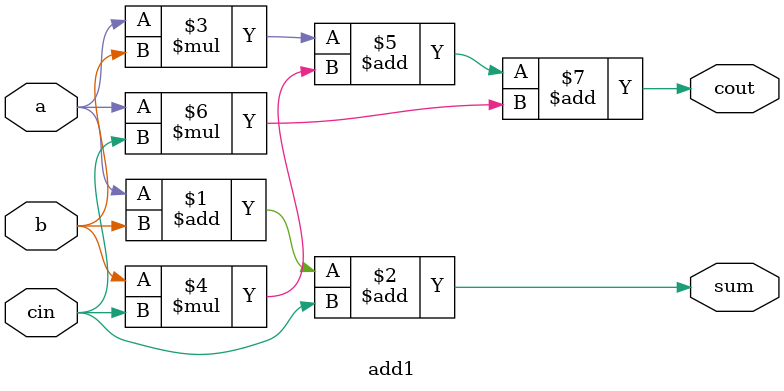
<source format=v>
module top_module (
    input [31:0] a,
    input [31:0] b,
    output [31:0] sum
);//
    wire c1, c2;
    //module add16 ( input[15:0] a, input[15:0] b, input cin, output[15:0] sum, output cout );
    
    add16 m1 ( a[15:0], b[15:0], 1'b0, sum[15:0], c1 );
    add16 m2 ( a[31:16], b[31:16], c1, sum[31:16], c2 );
    
endmodule

module add1 ( input a, input b, input cin,   output sum, output cout );

// Full adder module here
    
    assign sum = a + b + cin;
    assign cout = a*b + b*cin + a*cin;

endmodule

</source>
